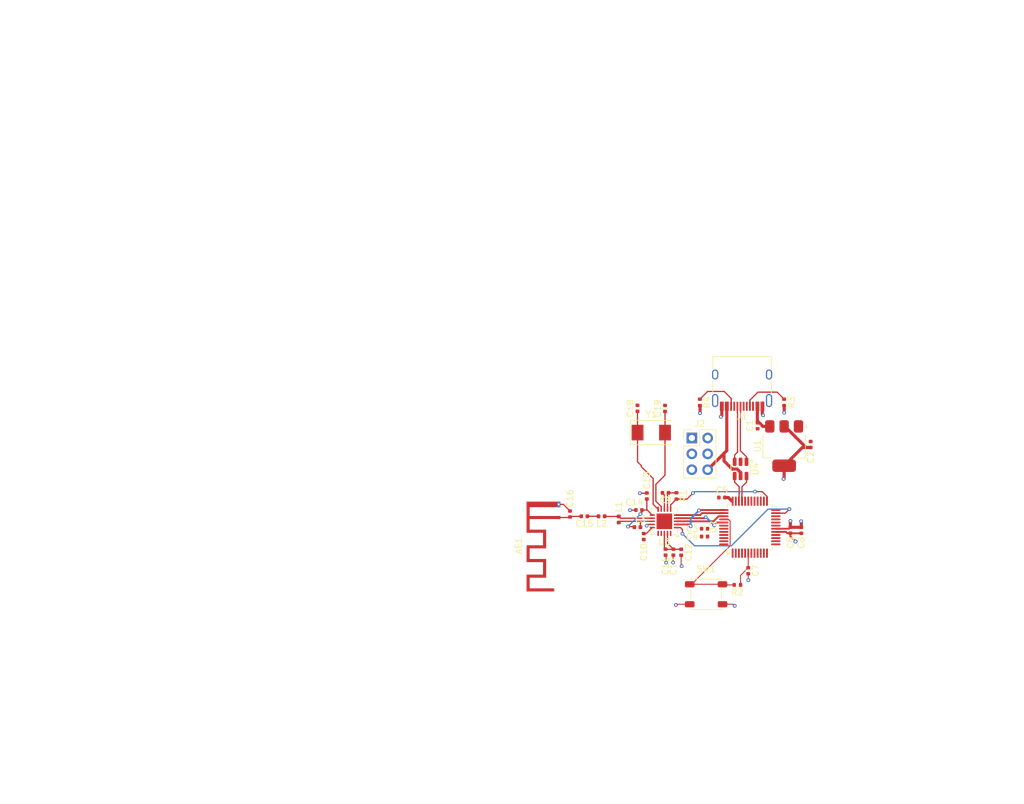
<source format=kicad_pcb>
(kicad_pcb (version 20240108) (generator "pcbnew") (generator_version "8.0")
  (layers (0 "F.Cu" signal) (1 "In1.Cu" signal) (2 "In2.Cu" signal) (31 "B.Cu" signal) (34 "B.Paste" user) (35 "F.Paste" user) (36 "B.SilkS" user "B.Silkscreen") (37 "F.SilkS" user "F.Silkscreen") (38 "B.Mask" user) (39 "F.Mask" user) (44 "Edge.Cuts" user))
  (net 0 "")
  (net 1 "VBUS")
  (net 2 "GND")
  (net 3 "+3.3V")
  (net 4 "/USB_D-")
  (net 5 "/USB_D+")
  (net 6 "/VDD_PA")
  (net 7 "/XC1")
  (net 8 "/XC2")
  (net 9 "/RESET")
  (net 10 "/ANT2")
  (net 11 "/ANT1")
  (net 12 "/nRF_IRQ")
  (net 14 "/SPI_MISO")
  (net 16 "/nRF_CE")
  (net 27 "/CC1")
  (net 46 "/ANT_Conn")
  (net 47 "/SPI_SCK")
  (net 48 "/SPI_MOSI")
  (net 49 "/SPI_SS")
  (net 50 "/USB_Conn_D-")
  (net 51 "/USB_Conn_D+")
  (net 52 "/CC2")
  (footprint "Capacitor_SMD:C_0402_1005Metric" (layer "F.Cu") (at 136.25 85.75 -90)
    (property "Reference" "C1" (at 0 1.25 90) (layer "F.SilkS"))
    (property "Value" "10uF")
    (pad "1" smd roundrect (at -0.48 0 270) (size 0.56 0.62) (layers "F.Cu" "F.Paste" "F.Mask") (net 1 "VBUS"))
    (pad "2" smd roundrect (at 0.48 0 270) (size 0.56 0.62) (layers "F.Cu" "F.Paste" "F.Mask") (net 2 "GND"))
  )
  (footprint "Capacitor_SMD:C_0402_1005Metric" (layer "F.Cu") (at 121.48 96.5 180)
    (property "Reference" "C9" (at 0 -1.16 0) (layer "F.SilkS"))
    (property "Value" "1uF")
    (pad "1" smd roundrect (at -0.48 0 180) (size 0.56 0.62) (layers "F.Cu" "F.Paste" "F.Mask") (net 3 "+3.3V"))
    (pad "2" smd roundrect (at 0.48 0 180) (size 0.56 0.62) (layers "F.Cu" "F.Paste" "F.Mask") (net 2 "GND"))
  )
  (footprint "Capacitor_SMD:C_0402_1005Metric" (layer "F.Cu") (at 127.75 102.25 180)
    (property "Reference" "C3" (at 2 0 0) (layer "F.SilkS"))
    (property "Value" "1uF")
    (pad "1" smd roundrect (at -0.48 0 180) (size 0.56 0.62) (layers "F.Cu" "F.Paste" "F.Mask") (net 3 "+3.3V"))
    (pad "2" smd roundrect (at 0.48 0 180) (size 0.56 0.62) (layers "F.Cu" "F.Paste" "F.Mask") (net 2 "GND"))
  )
  (footprint "Capacitor_SMD:C_0402_1005Metric" (layer "F.Cu") (at 118 103.5 -90)
    (property "Reference" "C10" (at 2.5 0 90) (layer "F.SilkS"))
    (property "Value" "1uF")
    (pad "1" smd roundrect (at -0.48 0 270) (size 0.56 0.62) (layers "F.Cu" "F.Paste" "F.Mask") (net 3 "+3.3V"))
    (pad "2" smd roundrect (at 0.48 0 270) (size 0.56 0.62) (layers "F.Cu" "F.Paste" "F.Mask") (net 2 "GND"))
  )
  (footprint "Connector_PinHeader_2.54mm:PinHeader_2x03_P2.54mm_Vertical" (layer "F.Cu") (at 125.71 87.71)
    (property "Reference" "J2" (at 1.27 -2.33 0) (layer "F.SilkS"))
    (property "Value" "ISP Programming")
    (pad "1" thru_hole rect (at 0 0) (size 1.7 1.7) (drill 1) (layers "*.Cu" "*.Mask") (net 14 "/SPI_MISO"))
    (pad "2" thru_hole oval (at 2.54 0) (size 1.7 1.7) (drill 1) (layers "*.Cu" "*.Mask") (net 47 "/SPI_SCK"))
    (pad "3" thru_hole oval (at 0 2.54) (size 1.7 1.7) (drill 1) (layers "*.Cu" "*.Mask") (net 9 "/RESET"))
    (pad "4" thru_hole oval (at 2.54 2.54) (size 1.7 1.7) (drill 1) (layers "*.Cu" "*.Mask") (net 2 "GND"))
    (pad "5" thru_hole oval (at 0 5.08) (size 1.7 1.7) (drill 1) (layers "*.Cu" "*.Mask") (net 48 "/SPI_MOSI"))
    (pad "6" thru_hole oval (at 2.54 5.08) (size 1.7 1.7) (drill 1) (layers "*.Cu" "*.Mask") (net 1 "VBUS"))
  )
  (footprint "Capacitor_SMD:C_0402_1005Metric" (layer "F.Cu") (at 121.414921 82.972596 90)
    (property "Reference" "C19" (at 0 -1.16 90) (layer "F.SilkS"))
    (property "Value" "22pF")
    (pad "1" smd roundrect (at -0.48 0 90) (size 0.56 0.62) (layers "F.Cu" "F.Paste" "F.Mask") (net 8 "/XC2"))
    (pad "2" smd roundrect (at 0.48 0 90) (size 0.56 0.62) (layers "F.Cu" "F.Paste" "F.Mask") (net 2 "GND"))
  )
  (footprint "Package_TO_SOT_SMD:SOT-23-6" (layer "F.Cu") (at 133.52 92.66 -90)
    (property "Reference" "U4" (at 0 -2.4 90) (layer "F.SilkS"))
    (property "Value" "USBLC6-2SC6")
    (pad "1" smd roundrect (at -1.1375 -0.95 270) (size 1.325 0.6) (layers "F.Cu" "F.Paste" "F.Mask") (net 50 "/USB_Conn_D-"))
    (pad "2" smd roundrect (at -1.1375 0 270) (size 1.325 0.6) (layers "F.Cu" "F.Paste" "F.Mask") (net 2 "GND"))
    (pad "3" smd roundrect (at -1.1375 0.95 270) (size 1.325 0.6) (layers "F.Cu" "F.Paste" "F.Mask") (net 51 "/USB_Conn_D+"))
    (pad "4" smd roundrect (at 1.1375 0.95 270) (size 1.325 0.6) (layers "F.Cu" "F.Paste" "F.Mask") (net 5 "/USB_D+"))
    (pad "5" smd roundrect (at 1.1375 0 270) (size 1.325 0.6) (layers "F.Cu" "F.Paste" "F.Mask") (net 1 "VBUS"))
    (pad "6" smd roundrect (at 1.1375 -0.95 270) (size 1.325 0.6) (layers "F.Cu" "F.Paste" "F.Mask") (net 4 "/USB_D-"))
  )
  (footprint "Package_DFN_QFN:QFN-20-1EP_4x4mm_P0.5mm_EP2.5x2.5mm" (layer "F.Cu") (at 121.31 101.06 180)
    (property "Reference" "U3" (at 0 -3.3 0) (layer "F.SilkS"))
    (property "Value" "nRF24L01P")
    (pad "1" smd roundrect (at -1.9375 -1 180) (size 0.825 0.25) (layers "F.Cu" "F.Paste" "F.Mask") (net 16 "/nRF_CE"))
    (pad "2" smd roundrect (at -1.9375 -0.5 180) (size 0.825 0.25) (layers "F.Cu" "F.Paste" "F.Mask") (net 49 "/SPI_SS"))
    (pad "3" smd roundrect (at -1.9375 0 180) (size 0.825 0.25) (layers "F.Cu" "F.Paste" "F.Mask") (net 47 "/SPI_SCK"))
    (pad "4" smd roundrect (at -1.9375 0.5 180) (size 0.825 0.25) (layers "F.Cu" "F.Paste" "F.Mask") (net 48 "/SPI_MOSI"))
    (pad "5" smd roundrect (at -1.9375 1 180) (size 0.825 0.25) (layers "F.Cu" "F.Paste" "F.Mask") (net 14 "/SPI_MISO"))
    (pad "6" smd roundrect (at -1 1.9375 180) (size 0.25 0.825) (layers "F.Cu" "F.Paste" "F.Mask") (net 12 "/nRF_IRQ"))
    (pad "7" smd roundrect (at -0.5 1.9375 180) (size 0.25 0.825) (layers "F.Cu" "F.Paste" "F.Mask") (net 3 "+3.3V"))
    (pad "8" smd roundrect (at 0 1.9375 180) (size 0.25 0.825) (layers "F.Cu" "F.Paste" "F.Mask") (net 2 "GND"))
    (pad "9" smd roundrect (at 0.5 1.9375 180) (size 0.25 0.825) (layers "F.Cu" "F.Paste" "F.Mask") (net 8 "/XC2"))
    (pad "10" smd roundrect (at 1 1.9375 180) (size 0.25 0.825) (layers "F.Cu" "F.Paste" "F.Mask") (net 7 "/XC1"))
    (pad "11" smd roundrect (at 1.9375 1 180) (size 0.825 0.25) (layers "F.Cu" "F.Paste" "F.Mask") (net 6 "/VDD_PA"))
    (pad "12" smd roundrect (at 1.9375 0.5 180) (size 0.825 0.25) (layers "F.Cu" "F.Paste" "F.Mask") (net 11 "/ANT1"))
    (pad "13" smd roundrect (at 1.9375 0 180) (size 0.825 0.25) (layers "F.Cu" "F.Paste" "F.Mask") (net 10 "/ANT2"))
    (pad "14" smd roundrect (at 1.9375 -0.5 180) (size 0.825 0.25) (layers "F.Cu" "F.Paste" "F.Mask") (net 2 "GND"))
    (pad "15" smd roundrect (at 1.9375 -1 180) (size 0.825 0.25) (layers "F.Cu" "F.Paste" "F.Mask") (net 3 "+3.3V"))
    (pad "16" smd roundrect (at 1 -1.9375 180) (size 0.25 0.825) (layers "F.Cu" "F.Paste" "F.Mask"))
    (pad "17" smd roundrect (at 0.5 -1.9375 180) (size 0.25 0.825) (layers "F.Cu" "F.Paste" "F.Mask") (net 2 "GND"))
    (pad "18" smd roundrect (at 0 -1.9375 180) (size 0.25 0.825) (layers "F.Cu" "F.Paste" "F.Mask") (net 3 "+3.3V"))
    (pad "19" smd roundrect (at -0.5 -1.9375 180) (size 0.25 0.825) (layers "F.Cu" "F.Paste" "F.Mask") (net 3 "+3.3V"))
    (pad "20" smd roundrect (at -1 -1.9375 180) (size 0.25 0.825) (layers "F.Cu" "F.Paste" "F.Mask") (net 2 "GND"))
    (pad "21" smd rect (at 0 0 180) (size 2.5 2.5) (property pad_prop_heatsink) (layers "F.Cu" "F.Mask"))
  )
  (footprint "Resistor_SMD:R_0402_1005Metric" (layer "F.Cu") (at 133.01 111.25 180)
    (property "Reference" "R2" (at 0 -1.17 0) (layer "F.SilkS"))
    (property "Value" "10k")
    (pad "1" smd roundrect (at -0.51 0 180) (size 0.54 0.64) (layers "F.Cu" "F.Paste" "F.Mask") (net 3 "+3.3V"))
    (pad "2" smd roundrect (at 0.51 0 180) (size 0.54 0.64) (layers "F.Cu" "F.Paste" "F.Mask") (net 9 "/RESET"))
  )
  (footprint "Capacitor_SMD:C_0402_1005Metric" (layer "F.Cu") (at 108.48 100.25 180)
    (property "Reference" "C15" (at 0 -1.16 0) (layer "F.SilkS"))
    (property "Value" "1p5F")
    (pad "1" smd roundrect (at -0.48 0 180) (size 0.56 0.62) (layers "F.Cu" "F.Paste" "F.Mask") (net 46 "/ANT_Conn"))
    (pad "2" smd roundrect (at 0.48 0 180) (size 0.56 0.62) (layers "F.Cu" "F.Paste" "F.Mask") (net 46 "/ANT_Conn"))
  )
  (footprint "Package_QFP:TQFP-48_7x7mm_P0.5mm" (layer "F.Cu") (at 135 102 90)
    (property "Reference" "U2" (at 0 -5.85 90) (layer "F.SilkS"))
    (property "Value" "ATSAMD21G15A-A")
    (pad "1" smd roundrect (at -4.1625 -2.75 90) (size 1.475 0.3) (layers "F.Cu" "F.Paste" "F.Mask"))
    (pad "2" smd roundrect (at -4.1625 -2.25 90) (size 1.475 0.3) (layers "F.Cu" "F.Paste" "F.Mask"))
    (pad "3" smd roundrect (at -4.1625 -1.75 90) (size 1.475 0.3) (layers "F.Cu" "F.Paste" "F.Mask"))
    (pad "4" smd roundrect (at -4.1625 -1.25 90) (size 1.475 0.3) (layers "F.Cu" "F.Paste" "F.Mask"))
    (pad "5" smd roundrect (at -4.1625 -0.75 90) (size 1.475 0.3) (layers "F.Cu" "F.Paste" "F.Mask") (net 2 "GND"))
    (pad "6" smd roundrect (at -4.1625 -0.25 90) (size 1.475 0.3) (layers "F.Cu" "F.Paste" "F.Mask") (net 3 "+3.3V"))
    (pad "7" smd roundrect (at -4.1625 0.25 90) (size 1.475 0.3) (layers "F.Cu" "F.Paste" "F.Mask"))
    (pad "8" smd roundrect (at -4.1625 0.75 90) (size 1.475 0.3) (layers "F.Cu" "F.Paste" "F.Mask"))
    (pad "9" smd roundrect (at -4.1625 1.25 90) (size 1.475 0.3) (layers "F.Cu" "F.Paste" "F.Mask"))
    (pad "10" smd roundrect (at -4.1625 1.75 90) (size 1.475 0.3) (layers "F.Cu" "F.Paste" "F.Mask"))
    (pad "11" smd roundrect (at -4.1625 2.25 90) (size 1.475 0.3) (layers "F.Cu" "F.Paste" "F.Mask"))
    (pad "12" smd roundrect (at -4.1625 2.75 90) (size 1.475 0.3) (layers "F.Cu" "F.Paste" "F.Mask"))
    (pad "13" smd roundrect (at -2.75 4.1625 90) (size 0.3 1.475) (layers "F.Cu" "F.Paste" "F.Mask"))
    (pad "14" smd roundrect (at -2.25 4.1625 90) (size 0.3 1.475) (layers "F.Cu" "F.Paste" "F.Mask"))
    (pad "15" smd roundrect (at -1.75 4.1625 90) (size 0.3 1.475) (layers "F.Cu" "F.Paste" "F.Mask"))
    (pad "16" smd roundrect (at -1.25 4.1625 90) (size 0.3 1.475) (layers "F.Cu" "F.Paste" "F.Mask"))
    (pad "17" smd roundrect (at -0.75 4.1625 90) (size 0.3 1.475) (layers "F.Cu" "F.Paste" "F.Mask") (net 3 "+3.3V"))
    (pad "18" smd roundrect (at -0.25 4.1625 90) (size 0.3 1.475) (layers "F.Cu" "F.Paste" "F.Mask") (net 2 "GND"))
    (pad "19" smd roundrect (at 0.25 4.1625 90) (size 0.3 1.475) (layers "F.Cu" "F.Paste" "F.Mask"))
    (pad "20" smd roundrect (at 0.75 4.1625 90) (size 0.3 1.475) (layers "F.Cu" "F.Paste" "F.Mask"))
    (pad "21" smd roundrect (at 1.25 4.1625 90) (size 0.3 1.475) (layers "F.Cu" "F.Paste" "F.Mask"))
    (pad "22" smd roundrect (at 1.75 4.1625 90) (size 0.3 1.475) (layers "F.Cu" "F.Paste" "F.Mask"))
    (pad "23" smd roundrect (at 2.25 4.1625 90) (size 0.3 1.475) (layers "F.Cu" "F.Paste" "F.Mask") (net 16 "/nRF_CE"))
    (pad "24" smd roundrect (at 2.75 4.1625 90) (size 0.3 1.475) (layers "F.Cu" "F.Paste" "F.Mask"))
    (pad "25" smd roundrect (at 4.1625 2.75 90) (size 1.475 0.3) (layers "F.Cu" "F.Paste" "F.Mask") (net 12 "/nRF_IRQ"))
    (pad "26" smd roundrect (at 4.1625 2.25 90) (size 1.475 0.3) (layers "F.Cu" "F.Paste" "F.Mask"))
    (pad "27" smd roundrect (at 4.1625 1.75 90) (size 1.475 0.3) (layers "F.Cu" "F.Paste" "F.Mask"))
    (pad "28" smd roundrect (at 4.1625 1.25 90) (size 1.475 0.3) (layers "F.Cu" "F.Paste" "F.Mask"))
    (pad "29" smd roundrect (at 4.1625 0.75 90) (size 1.475 0.3) (layers "F.Cu" "F.Paste" "F.Mask"))
    (pad "30" smd roundrect (at 4.1625 0.25 90) (size 1.475 0.3) (layers "F.Cu" "F.Paste" "F.Mask"))
    (pad "31" smd roundrect (at 4.1625 -0.25 90) (size 1.475 0.3) (layers "F.Cu" "F.Paste" "F.Mask"))
    (pad "32" smd roundrect (at 4.1625 -0.75 90) (size 1.475 0.3) (layers "F.Cu" "F.Paste" "F.Mask"))
    (pad "33" smd roundrect (at 4.1625 -1.25 90) (size 1.475 0.3) (layers "F.Cu" "F.Paste" "F.Mask") (net 4 "/USB_D-"))
    (pad "34" smd roundrect (at 4.1625 -1.75 90) (size 1.475 0.3) (layers "F.Cu" "F.Paste" "F.Mask") (net 5 "/USB_D+"))
    (pad "35" smd roundrect (at 4.1625 -2.25 90) (size 1.475 0.3) (layers "F.Cu" "F.Paste" "F.Mask") (net 2 "GND"))
    (pad "36" smd roundrect (at 4.1625 -2.75 90) (size 1.475 0.3) (layers "F.Cu" "F.Paste" "F.Mask") (net 3 "+3.3V"))
    (pad "37" smd roundrect (at 2.75 -4.1625 90) (size 0.3 1.475) (layers "F.Cu" "F.Paste" "F.Mask") (net 49 "/SPI_SS"))
    (pad "38" smd roundrect (at 2.25 -4.1625 90) (size 0.3 1.475) (layers "F.Cu" "F.Paste" "F.Mask") (net 14 "/SPI_MISO"))
    (pad "39" smd roundrect (at 1.75 -4.1625 90) (size 0.3 1.475) (layers "F.Cu" "F.Paste" "F.Mask") (net 47 "/SPI_SCK"))
    (pad "40" smd roundrect (at 1.25 -4.1625 90) (size 0.3 1.475) (layers "F.Cu" "F.Paste" "F.Mask") (net 9 "/RESET"))
    (pad "41" smd roundrect (at 0.75 -4.1625 90) (size 0.3 1.475) (layers "F.Cu" "F.Paste" "F.Mask") (net 48 "/SPI_MOSI"))
    (pad "42" smd roundrect (at 0.25 -4.1625 90) (size 0.3 1.475) (layers "F.Cu" "F.Paste" "F.Mask") (net 2 "GND"))
    (pad "43" smd roundrect (at -0.25 -4.1625 90) (size 0.3 1.475) (layers "F.Cu" "F.Paste" "F.Mask") (net 3 "+3.3V"))
    (pad "44" smd roundrect (at -0.75 -4.1625 90) (size 0.3 1.475) (layers "F.Cu" "F.Paste" "F.Mask") (net 3 "+3.3V"))
    (pad "45" smd roundrect (at -1.25 -4.1625 90) (size 0.3 1.475) (layers "F.Cu" "F.Paste" "F.Mask"))
    (pad "46" smd roundrect (at -1.75 -4.1625 90) (size 0.3 1.475) (layers "F.Cu" "F.Paste" "F.Mask"))
    (pad "47" smd roundrect (at -2.25 -4.1625 90) (size 0.3 1.475) (layers "F.Cu" "F.Paste" "F.Mask"))
    (pad "48" smd roundrect (at -2.75 -4.1625 90) (size 0.3 1.475) (layers "F.Cu" "F.Paste" "F.Mask"))
  )
  (footprint "Capacitor_SMD:C_0402_1005Metric" (layer "F.Cu") (at 134.75 108.98 -90)
    (property "Reference" "C7" (at 0 -1.16 90) (layer "F.SilkS"))
    (property "Value" "1uF")
    (pad "1" smd roundrect (at -0.48 0 270) (size 0.56 0.62) (layers "F.Cu" "F.Paste" "F.Mask") (net 3 "+3.3V"))
    (pad "2" smd roundrect (at 0.48 0 270) (size 0.56 0.62) (layers "F.Cu" "F.Paste" "F.Mask") (net 2 "GND"))
  )
  (footprint "Inductor_SMD:L_0402_1005Metric" (layer "F.Cu") (at 111.25 100.25 180)
    (property "Reference" "L2" (at 0 -1.17 0) (layer "F.SilkS"))
    (property "Value" "2n2H")
    (pad "1" smd roundrect (at -0.485 0 180) (size 0.59 0.64) (layers "F.Cu" "F.Paste" "F.Mask") (net 11 "/ANT1"))
    (pad "2" smd roundrect (at 0.485 0 180) (size 0.59 0.64) (layers "F.Cu" "F.Paste" "F.Mask") (net 46 "/ANT_Conn"))
  )
  (footprint "Resistor_SMD:R_0402_1005Metric" (layer "F.Cu") (at 123.25 96.99 -90)
    (property "Reference" "R1" (at 0 -1.17 90) (layer "F.SilkS"))
    (property "Value" "10k")
    (pad "1" smd roundrect (at -0.51 0 270) (size 0.54 0.64) (layers "F.Cu" "F.Paste" "F.Mask") (net 3 "+3.3V"))
    (pad "2" smd roundrect (at 0.51 0 270) (size 0.54 0.64) (layers "F.Cu" "F.Paste" "F.Mask") (net 12 "/nRF_IRQ"))
  )
  (footprint "Connector_USB:USB_C_Receptacle_HRO_TYPE-C-31-M-12" (layer "F.Cu") (at 133.76 78.58 180)
    (property "Reference" "J1" (at 0 -5.645 180) (layer "F.SilkS"))
    (property "Value" "USB_C_Receptacle_USB2.0_14P")
    (pad "" np_thru_hole circle (at -2.89 -2.6 180) (size 0.65 0.65) (drill 0.65) (layers "*.Cu" "*.Mask"))
    (pad "" np_thru_hole circle (at 2.89 -2.6 180) (size 0.65 0.65) (drill 0.65) (layers "*.Cu" "*.Mask"))
    (pad "A1" smd rect (at -3.25 -4.045 180) (size 0.6 1.45) (layers "F.Cu" "F.Paste" "F.Mask") (net 2 "GND"))
    (pad "A4" smd rect (at -2.45 -4.045 180) (size 0.6 1.45) (layers "F.Cu" "F.Paste" "F.Mask") (net 1 "VBUS"))
    (pad "A5" smd rect (at -1.25 -4.045 180) (size 0.3 1.45) (layers "F.Cu" "F.Paste" "F.Mask") (net 27 "/CC1"))
    (pad "A6" smd rect (at -0.25 -4.045 180) (size 0.3 1.45) (layers "F.Cu" "F.Paste" "F.Mask") (net 51 "/USB_Conn_D+"))
    (pad "A7" smd rect (at 0.25 -4.045 180) (size 0.3 1.45) (layers "F.Cu" "F.Paste" "F.Mask") (net 50 "/USB_Conn_D-"))
    (pad "A8" smd rect (at 1.25 -4.045 180) (size 0.3 1.45) (layers "F.Cu" "F.Paste" "F.Mask"))
    (pad "A9" smd rect (at 2.45 -4.045 180) (size 0.6 1.45) (layers "F.Cu" "F.Paste" "F.Mask") (net 1 "VBUS"))
    (pad "A12" smd rect (at 3.25 -4.045 180) (size 0.6 1.45) (layers "F.Cu" "F.Paste" "F.Mask") (net 2 "GND"))
    (pad "B1" smd rect (at 3.25 -4.045 180) (size 0.6 1.45) (layers "F.Cu" "F.Paste" "F.Mask") (net 2 "GND"))
    (pad "B4" smd rect (at 2.45 -4.045 180) (size 0.6 1.45) (layers "F.Cu" "F.Paste" "F.Mask") (net 1 "VBUS"))
    (pad "B5" smd rect (at 1.75 -4.045 180) (size 0.3 1.45) (layers "F.Cu" "F.Paste" "F.Mask") (net 52 "/CC2"))
    (pad "B6" smd rect (at 0.75 -4.045 180) (size 0.3 1.45) (layers "F.Cu" "F.Paste" "F.Mask") (net 51 "/USB_Conn_D+"))
    (pad "B7" smd rect (at -0.75 -4.045 180) (size 0.3 1.45) (layers "F.Cu" "F.Paste" "F.Mask") (net 50 "/USB_Conn_D-"))
    (pad "B8" smd rect (at -1.75 -4.045 180) (size 0.3 1.45) (layers "F.Cu" "F.Paste" "F.Mask"))
    (pad "B9" smd rect (at -2.45 -4.045 180) (size 0.6 1.45) (layers "F.Cu" "F.Paste" "F.Mask") (net 1 "VBUS"))
    (pad "B12" smd rect (at -3.25 -4.045 180) (size 0.6 1.45) (layers "F.Cu" "F.Paste" "F.Mask") (net 2 "GND"))
    (pad "S1" thru_hole oval (at -4.32 -3.13 180) (size 1 2.1) (drill oval 0.6 1.7) (layers "*.Cu" "*.Mask") (net 2 "GND"))
    (pad "S1" thru_hole oval (at -4.32 1.05 180) (size 1 1.6) (drill oval 0.6 1.2) (layers "*.Cu" "*.Mask") (net 2 "GND"))
    (pad "S1" thru_hole oval (at 4.32 -3.13 180) (size 1 2.1) (drill oval 0.6 1.7) (layers "*.Cu" "*.Mask") (net 2 "GND"))
    (pad "S1" thru_hole oval (at 4.32 1.05 180) (size 1 1.6) (drill oval 0.6 1.2) (layers "*.Cu" "*.Mask") (net 2 "GND"))
  )
  (footprint "MountingHole:MountingHole_2.2mm_M2" (layer "F.Cu") (at 30 20)
    (property "Reference" "H2" (hide yes))
    (property "Value" "MountingHole")
    (pad "" np_thru_hole circle (at 0 0) (size 2.2 2.2) (drill 2.2) (layers "*.Cu" "*.Mask"))
  )
  (footprint "RF_Antenna:Texas_SWRA117D_2.4GHz_Left" (layer "F.Cu") (at 104.375 100.45 90)
    (property "Reference" "AE1" (at -4.55 -6.41 90) (layer "F.SilkS"))
    (property "Value" "Antenna_Loop")
    (fp_poly (pts (xy -2.45 -2.51) (xy -4.45 -2.51) (xy -4.45 -5.15) (xy -7.15 -5.15) (xy -7.15 -2.51) (xy -9.15 -2.51) (xy -9.15 -5.15) (xy -11.85 -5.15) (xy -11.85 -0.71) (xy -11.35 -0.71) (xy -11.35 -4.65) (xy -9.65 -4.65) (xy -9.65 -2.01) (xy -6.65 -2.01) (xy -6.65 -4.65) (xy -4.95 -4.65) (xy -4.95 -2.01) (xy -1.95 -2.01) (xy -1.95 -4.65) (xy -0.25 -4.65) (xy -0.25 0.25) (xy 0.25 0.25) (xy 0.25 -4.65) (xy 1.65 -4.65) (xy 1.65 0.25) (xy 2.55 0.25) (xy 2.55 0.006785) (xy 2.247583 0.006785) (xy 2.237742 0.054395) (xy 2.213674 0.096797) (xy 2.175731 0.129581) (xy 2.167819 0.133935) (xy 2.125156 0.146043) (xy 2.076637 0.1453) (xy 2.031122 0.1324) (xy 2.012511 0.121787) (xy 1.978868 0.086553) (xy 1.958309 0.041368) (xy 1.951778 -0.008158) (xy 1.960218 -0.056417) (xy 1.977112 -0.088643) (xy 2.012372 -0.121313) (xy 2.057682 -0.141408) (xy 2.107267 -0.147982) (xy 2.155353 -0.140092) (xy 2.188245 -0.123186) (xy 2.223185 -0.086416) (xy 2.242847 -0.041622) (xy 2.247583 0.006785) (xy 2.55 0.006785) (xy 2.55 -5.15) (xy -2.45 -5.15) (xy -2.45 -2.51)) (fill solid) (layer "F.Cu"))
    (pad "1" connect rect (at 0 0 90) (size 0.5 0.5) (layers "F.Cu") (net 46 "/ANT_Conn"))
    (pad "2" thru_hole rect (at 2.1 0 90) (size 0.9 0.5) (drill 0.3) (layers "*.Cu") (net 2 "GND"))
  )
  (footprint "Inductor_SMD:L_0402_1005Metric" (layer "F.Cu") (at 116.985 102)
    (property "Reference" "L3" (at 0.485 -1.25 0) (layer "F.SilkS"))
    (property "Value" "3n9H")
    (pad "1" smd roundrect (at -0.485 0) (size 0.59 0.64) (layers "F.Cu" "F.Paste" "F.Mask") (net 6 "/VDD_PA"))
    (pad "2" smd roundrect (at 0.485 0) (size 0.59 0.64) (layers "F.Cu" "F.Paste" "F.Mask") (net 10 "/ANT2"))
  )
  (footprint "Capacitor_SMD:C_0402_1005Metric" (layer "F.Cu") (at 127.75 103.5 180)
    (property "Reference" "C4" (at 2 0 0) (layer "F.SilkS"))
    (property "Value" "1uF")
    (pad "1" smd roundrect (at -0.48 0 180) (size 0.56 0.62) (layers "F.Cu" "F.Paste" "F.Mask") (net 3 "+3.3V"))
    (pad "2" smd roundrect (at 0.48 0 180) (size 0.56 0.62) (layers "F.Cu" "F.Paste" "F.Mask") (net 2 "GND"))
  )
  (footprint "Capacitor_SMD:C_0402_1005Metric" (layer "F.Cu") (at 143.25 102.5 90)
    (property "Reference" "C8" (at -2 0 90) (layer "F.SilkS"))
    (property "Value" "10uF")
    (pad "1" smd roundrect (at -0.48 0 90) (size 0.56 0.62) (layers "F.Cu" "F.Paste" "F.Mask") (net 3 "+3.3V"))
    (pad "2" smd roundrect (at 0.48 0 90) (size 0.56 0.62) (layers "F.Cu" "F.Paste" "F.Mask") (net 2 "GND"))
  )
  (footprint "Capacitor_SMD:C_0402_1005Metric" (layer "F.Cu") (at 118.5 97 90)
    (property "Reference" "C13" (at 2.5 0 90) (layer "F.SilkS"))
    (property "Value" "2n2F")
    (pad "1" smd roundrect (at -0.48 0 90) (size 0.56 0.62) (layers "F.Cu" "F.Paste" "F.Mask") (net 6 "/VDD_PA"))
    (pad "2" smd roundrect (at 0.48 0 90) (size 0.56 0.62) (layers "F.Cu" "F.Paste" "F.Mask") (net 2 "GND"))
  )
  (footprint "Capacitor_SMD:C_0402_1005Metric" (layer "F.Cu") (at 117.23 99.25 180)
    (property "Reference" "C14" (at 0.73 1.25 0) (layer "F.SilkS"))
    (property "Value" "4n2F")
    (pad "1" smd roundrect (at -0.48 0 180) (size 0.56 0.62) (layers "F.Cu" "F.Paste" "F.Mask") (net 6 "/VDD_PA"))
    (pad "2" smd roundrect (at 0.48 0 180) (size 0.56 0.62) (layers "F.Cu" "F.Paste" "F.Mask") (net 2 "GND"))
  )
  (footprint "MountingHole:MountingHole_2.2mm_M2" (layer "F.Cu") (at 50 20)
    (property "Reference" "H4" (hide yes))
    (property "Value" "MountingHole")
    (pad "" np_thru_hole circle (at 0 0) (size 2.2 2.2) (drill 2.2) (layers "F&B.Cu" "*.Mask"))
  )
  (footprint "Capacitor_SMD:C_0402_1005Metric" (layer "F.Cu") (at 121.5 106 -90)
    (property "Reference" "C11" (at 2.25 0 90) (layer "F.SilkS"))
    (property "Value" "1uF")
    (pad "1" smd roundrect (at -0.48 0 270) (size 0.56 0.62) (layers "F.Cu" "F.Paste" "F.Mask") (net 3 "+3.3V"))
    (pad "2" smd roundrect (at 0.48 0 270) (size 0.56 0.62) (layers "F.Cu" "F.Paste" "F.Mask") (net 2 "GND"))
  )
  (footprint "Capacitor_SMD:C_0402_1005Metric" (layer "F.Cu") (at 141.5 102.48 90)
    (property "Reference" "C6" (at -2.02 0 90) (layer "F.SilkS"))
    (property "Value" "1uF")
    (pad "1" smd roundrect (at -0.48 0 90) (size 0.56 0.62) (layers "F.Cu" "F.Paste" "F.Mask") (net 3 "+3.3V"))
    (pad "2" smd roundrect (at 0.48 0 90) (size 0.56 0.62) (layers "F.Cu" "F.Paste" "F.Mask") (net 2 "GND"))
  )
  (footprint "Capacitor_SMD:C_0402_1005Metric" (layer "F.Cu") (at 130.52 97.25)
    (property "Reference" "C5" (at 0 -1.16 0) (layer "F.SilkS"))
    (property "Value" "1uF")
    (pad "1" smd roundrect (at -0.48 0) (size 0.56 0.62) (layers "F.Cu" "F.Paste" "F.Mask") (net 2 "GND"))
    (pad "2" smd roundrect (at 0.48 0) (size 0.56 0.62) (layers "F.Cu" "F.Paste" "F.Mask") (net 3 "+3.3V"))
  )
  (footprint "Crystal:Crystal_SMD_0603-2Pin_6.0x3.5mm" (layer "F.Cu") (at 119.21 86.84)
    (property "Reference" "Y1" (at 0 -2.95 0) (layer "F.SilkS"))
    (property "Value" "Crystal")
    (pad "1" smd rect (at -2.2 0) (size 1.9 2.5) (layers "F.Cu" "F.Paste" "F.Mask") (net 7 "/XC1"))
    (pad "2" smd rect (at 2.2 0) (size 1.9 2.5) (layers "F.Cu" "F.Paste" "F.Mask") (net 8 "/XC2"))
  )
  (footprint "Capacitor_SMD:C_0402_1005Metric" (layer "F.Cu") (at 117 82.95 90)
    (property "Reference" "C18" (at 0 -1.16 90) (layer "F.SilkS"))
    (property "Value" "22pF")
    (pad "1" smd roundrect (at -0.48 0 90) (size 0.56 0.62) (layers "F.Cu" "F.Paste" "F.Mask") (net 7 "/XC1"))
    (pad "2" smd roundrect (at 0.48 0 90) (size 0.56 0.62) (layers "F.Cu" "F.Paste" "F.Mask") (net 2 "GND"))
  )
  (footprint "MountingHole:MountingHole_2.2mm_M2" (layer "F.Cu") (at 40 20)
    (property "Reference" "H1" (hide yes))
    (property "Value" "MountingHole")
    (pad "" np_thru_hole circle (at 0 0) (size 2.2 2.2) (drill 2.2) (layers "*.Cu" "*.Mask"))
  )
  (footprint "Resistor_SMD:R_0402_1005Metric" (layer "F.Cu") (at 127 82 -90)
    (property "Reference" "R4" (at 0 -1.17 -90) (layer "F.SilkS"))
    (property "Value" "10k")
    (pad "1" smd roundrect (at -0.51 0 270) (size 0.54 0.64) (layers "F.Cu" "F.Paste" "F.Mask") (net 52 "/CC2"))
    (pad "2" smd roundrect (at 0.51 0 270) (size 0.54 0.64) (layers "F.Cu" "F.Paste" "F.Mask") (net 2 "GND"))
  )
  (footprint "Package_TO_SOT_SMD:SOT-223-3_TabPin2" (layer "F.Cu") (at 140.5 89 -90)
    (property "Reference" "U1" (at 0 4.25 90) (layer "F.SilkS"))
    (property "Value" "AMS1117-3.3")
    (pad "1" smd roundrect (at -3.15 -2.3 270) (size 2 1.5) (layers "F.Cu" "F.Paste" "F.Mask") (net 2 "GND"))
    (pad "2" smd roundrect (at -3.15 0 270) (size 2 1.5) (layers "F.Cu" "F.Paste" "F.Mask") (net 3 "+3.3V"))
    (pad "2" smd roundrect (at 3.15 0 270) (size 2 3.8) (layers "F.Cu" "F.Paste" "F.Mask") (net 3 "+3.3V"))
    (pad "3" smd roundrect (at -3.15 2.3 270) (size 2 1.5) (layers "F.Cu" "F.Paste" "F.Mask") (net 1 "VBUS"))
  )
  (footprint "Capacitor_SMD:C_0402_1005Metric" (layer "F.Cu") (at 144.75 88.75 90)
    (property "Reference" "C2" (at -2.02 -0.01 90) (layer "F.SilkS"))
    (property "Value" "22uF")
    (pad "1" smd roundrect (at -0.48 0 90) (size 0.56 0.62) (layers "F.Cu" "F.Paste" "F.Mask") (net 3 "+3.3V"))
    (pad "2" smd roundrect (at 0.48 0 90) (size 0.56 0.62) (layers "F.Cu" "F.Paste" "F.Mask") (net 2 "GND"))
  )
  (footprint "Capacitor_SMD:C_0402_1005Metric" (layer "F.Cu") (at 122.75 106 -90)
    (property "Reference" "C17" (at 2.25 0 90) (layer "F.SilkS"))
    (property "Value" "1uF")
    (pad "1" smd roundrect (at -0.48 0 270) (size 0.56 0.62) (layers "F.Cu" "F.Paste" "F.Mask") (net 3 "+3.3V"))
    (pad "2" smd roundrect (at 0.48 0 270) (size 0.56 0.62) (layers "F.Cu" "F.Paste" "F.Mask") (net 2 "GND"))
  )
  (footprint "Capacitor_SMD:C_0402_1005Metric" (layer "F.Cu") (at 124 106.02 -90)
    (property "Reference" "C12" (at 0 -1.16 90) (layer "F.SilkS"))
    (property "Value" "10uF")
    (pad "1" smd roundrect (at -0.48 0 270) (size 0.56 0.62) (layers "F.Cu" "F.Paste" "F.Mask") (net 3 "+3.3V"))
    (pad "2" smd roundrect (at 0.48 0 270) (size 0.56 0.62) (layers "F.Cu" "F.Paste" "F.Mask") (net 2 "GND"))
  )
  (footprint "Capacitor_SMD:C_0402_1005Metric" (layer "F.Cu") (at 106.19 99.89 90)
    (property "Reference" "C16" (at 2.5 0 90) (layer "F.SilkS"))
    (property "Value" "1n0F")
    (pad "1" smd roundrect (at -0.48 0 90) (size 0.56 0.62) (layers "F.Cu" "F.Paste" "F.Mask") (net 46 "/ANT_Conn"))
    (pad "2" smd roundrect (at 0.48 0 90) (size 0.56 0.62) (layers "F.Cu" "F.Paste" "F.Mask") (net 2 "GND"))
  )
  (footprint "MountingHole:MountingHole_2.2mm_M2" (layer "F.Cu") (at 20 20)
    (property "Reference" "H3" (hide yes))
    (property "Value" "MountingHole")
    (pad "" np_thru_hole circle (at 0 0) (size 2.2 2.2) (drill 2.2) (layers "*.Cu" "*.Mask"))
  )
  (footprint "Resistor_SMD:R_0402_1005Metric" (layer "F.Cu") (at 140.5 82 -90)
    (property "Reference" "R3" (at 0 -1.17 -90) (layer "F.SilkS"))
    (property "Value" "10k")
    (pad "1" smd roundrect (at -0.51 0 270) (size 0.54 0.64) (layers "F.Cu" "F.Paste" "F.Mask") (net 27 "/CC1"))
    (pad "2" smd roundrect (at 0.51 0 270) (size 0.54 0.64) (layers "F.Cu" "F.Paste" "F.Mask") (net 2 "GND"))
  )
  (footprint "Inductor_SMD:L_0402_1005Metric" (layer "F.Cu") (at 114 100.765 -90)
    (property "Reference" "L1" (at -2.015 0 90) (layer "F.SilkS"))
    (property "Value" "8n2H")
    (pad "1" smd roundrect (at -0.485 0 270) (size 0.59 0.64) (layers "F.Cu" "F.Paste" "F.Mask") (net 11 "/ANT1"))
    (pad "2" smd roundrect (at 0.485 0 270) (size 0.59 0.64) (layers "F.Cu" "F.Paste" "F.Mask") (net 10 "/ANT2"))
  )
  (footprint "Button_Switch_SMD:SW_SPST_PTS647_Sx38" (layer "F.Cu") (at 128 112.75)
    (property "Reference" "SW1" (at 0 -4.05 0) (layer "F.SilkS"))
    (property "Value" "SW_SPST")
    (pad "1" smd roundrect (at -2.625 -1.6) (size 1.55 1) (layers "F.Cu" "F.Paste" "F.Mask") (net 9 "/RESET"))
    (pad "1" smd roundrect (at 2.625 -1.6) (size 1.55 1) (layers "F.Cu" "F.Paste" "F.Mask") (net 9 "/RESET"))
    (pad "2" smd roundrect (at -2.625 1.6) (size 1.55 1) (layers "F.Cu" "F.Paste" "F.Mask") (net 2 "GND"))
    (pad "2" smd roundrect (at 2.625 1.6) (size 1.55 1) (layers "F.Cu" "F.Paste" "F.Mask") (net 2 "GND"))
  )
  (segment (start 130.865 90.175) (end 130.865 91.382684) (width 0.5) (layer "F.Cu") (net 1))
  (segment (start 138.2 85.85) (end 137.1 85.85) (width 0.5) (layer "F.Cu") (net 1))
  (segment (start 137.1 85.85) (end 136.21 84.96) (width 0.5) (layer "F.Cu") (net 1))
  (segment (start 128.25 92.79) (end 130.865 90.175) (width 0.5) (layer "F.Cu") (net 1))
  (segment (start 130.865 90.175) (end 131.31 89.73) (width 0.5) (layer "F.Cu") (net 1))
  (segment (start 132.972684 92.685) (end 133.52 93.232316) (width 0.5) (layer "F.Cu") (net 1))
  (segment (start 136.21 84.96) (end 136.21 85.23) (width 0.5) (layer "F.Cu") (net 1))
  (segment (start 130.865 91.382684) (end 132.167316 92.685) (width 0.5) (layer "F.Cu") (net 1))
  (segment (start 131.31 89.73) (end 131.31 82.625) (width 0.5) (layer "F.Cu") (net 1))
  (segment (start 132.167316 92.685) (end 132.972684 92.685) (width 0.5) (layer "F.Cu") (net 1))
  (segment (start 136.21 85.23) (end 136.25 85.27) (width 0.5) (layer "F.Cu") (net 1))
  (segment (start 136.21 82.625) (end 136.21 84.96) (width 0.5) (layer "F.Cu") (net 1))
  (segment (start 133.52 93.232316) (end 133.52 93.7975) (width 0.5) (layer "F.Cu") (net 1))
  (segment (start 121.31 99.1225) (end 121.31 96.81) (width 0.2) (layer "F.Cu") (net 2))
  (segment (start 140.51 82.52) (end 140.5 82.51) (width 0.5) (layer "F.Cu") (net 2))
  (segment (start 141.5 101.01) (end 141.51 101) (width 0.5) (layer "F.Cu") (net 2))
  (segment (start 141.52 102.02) (end 141.5 102) (width 0.5) (layer "F.Cu") (net 2))
  (segment (start 117.39 96.56) (end 118.46 96.56) (width 0.2) (layer "F.Cu") (net 2))
  (segment (start 143.25 101.07) (end 143.23 101.05) (width 0.5) (layer "F.Cu") (net 2))
  (segment (start 143.25 102.02) (end 141.52 102.02) (width 0.5) (layer "F.Cu") (net 2))
  (segment (start 123.16 114.46) (end 123.27 114.35) (width 0.15) (layer "F.Cu") (net 2))
  (segment (start 140.51 83.64) (end 140.51 82.52) (width 0.5) (layer "F.Cu") (net 2))
  (segment (start 127.03 83.73) (end 127.03 82.54) (width 0.5) (layer "F.Cu") (net 2))
  (segment (start 143.25 102.02) (end 143.25 101.07) (width 0.5) (layer "F.Cu") (net 2))
  (segment (start 116.73 99.27) (end 116.75 99.25) (width 0.2) (layer "F.Cu") (net 2))
  (segment (start 137.01 82.625) (end 137.01 83.95) (width 0.5) (layer "F.Cu") (net 2))
  (segment (start 139.1625 102.25) (end 141.25 102.25) (width 0.3) (layer "F.Cu") (net 2))
  (segment (start 122.71 107.67) (end 122.71 106.52) (width 0.15) (layer "F.Cu") (net 2))
  (segment (start 124 108.16) (end 124 106.5) (width 0.15) (layer "F.Cu") (net 2))
  (segment (start 132.33 114.35) (end 132.58 114.6) (width 0.15) (layer "F.Cu") (net 2))
  (segment (start 134.75 110.47) (end 134.76 110.48) (width 0.15) (layer "F.Cu") (net 2))
  (segment (start 141.5 102) (end 141.5 101.01) (width 0.5) (layer "F.Cu") (net 2))
  (segment (start 130.51 82.625) (end 130.51 84.15) (width 0.5) (layer "F.Cu") (net 2))
  (segment (start 121.31 96.81) (end 121 96.5) (width 0.2) (layer "F.Cu") (net 2))
  (segment (start 121.59 106.57) (end 121.5 106.48) (width 0.15) (layer "F.Cu") (net 2))
  (segment (start 127.03 82.54) (end 127 82.51) (width 0.5) (layer "F.Cu") (net 2))
  (segment (start 124.08 108.24) (end 124 108.16) (width 0.15) (layer "F.Cu") (net 2))
  (segment (start 121.59 107.67) (end 121.59 106.57) (width 0.15) (layer "F.Cu") (net 2))
  (segment (start 122.71 106.52) (end 122.75 106.48) (width 0.15) (layer "F.Cu") (net 2))
  (segment (start 134.75 109.46) (end 134.75 110.47) (width 0.15) (layer "F.Cu") (net 2))
  (segment (start 104.375 98.35) (end 105.13 98.35) (width 0.2) (layer "F.Cu") (net 2))
  (segment (start 105.13 98.35) (end 106.19 99.41) (width 0.2) (layer "F.Cu") (net 2))
  (segment (start 115.81 99.27) (end 116.73 99.27) (width 0.2) (layer "F.Cu") (net 2))
  (segment (start 118.47 101.76) (end 118.67 101.56) (width 0.2) (layer "F.Cu") (net 2))
  (segment (start 123.27 114.35) (end 125.375 114.35) (width 0.15) (layer "F.Cu") (net 2))
  (segment (start 137.01 83.95) (end 137.13 84.07) (width 0.5) (layer "F.Cu") (net 2))
  (segment (start 118.67 101.56) (end 119.3725 101.56) (width 0.2) (layer "F.Cu") (net 2))
  (segment (start 130.625 114.35) (end 132.33 114.35) (width 0.15) (layer "F.Cu") (net 2))
  (segment (start 141.25 102.25) (end 141.5 102) (width 0.3) (layer "F.Cu") (net 2))
  (segment (start 118.46 96.56) (end 118.5 96.52) (width 0.2) (layer "F.Cu") (net 2))
  (segment (start 130.51 84.15) (end 130.35 84.31) (width 0.5) (layer "F.Cu") (net 2))
  (via (at 137.13 84.07) (size 0.6) (drill 0.3) (layers "F.Cu" "B.Cu") (net 2))
  (via (at 124.08 108.24) (size 0.6) (drill 0.3) (layers "F.Cu" "B.Cu") (net 2))
  (via (at 132.58 114.6) (size 0.6) (drill 0.3) (layers "F.Cu" "B.Cu") (net 2))
  (via (at 130.35 84.31) (size 0.6) (drill 0.3) (layers "F.Cu" "B.Cu") (net 2))
  (via (at 121.59 107.67) (size 0.6) (drill 0.3) (layers "F.Cu" "B.Cu") (net 2))
  (via (at 115.81 99.27) (size 0.6) (drill 0.3) (layers "F.Cu" "B.Cu") (net 2))
  (via (at 140.51 83.64) (size 0.6) (drill 0.3) (layers "F.Cu" "B.Cu") (net 2))
  (via (at 118.47 101.76) (size 0.6) (drill 0.3) (layers "F.Cu" "B.Cu") (net 2))
  (via (at 117.39 96.56) (size 0.6) (drill 0.3) (layers "F.Cu" "B.Cu") (net 2))
  (via (at 123.16 114.46) (size 0.6) (drill 0.3) (layers "F.Cu" "B.Cu") (net 2))
  (via (at 143.23 101.05) (size 0.6) (drill 0.3) (layers "F.Cu" "B.Cu") (net 2))
  (via (at 134.76 110.48) (size 0.6) (drill 0.3) (layers "F.Cu" "B.Cu") (net 2))
  (via (at 127.03 83.73) (size 0.6) (drill 0.3) (layers "F.Cu" "B.Cu") (net 2))
  (via (at 122.71 107.67) (size 0.6) (drill 0.3) (layers "F.Cu" "B.Cu") (net 2))
  (via (at 141.51 101) (size 0.6) (drill 0.3) (layers "F.Cu" "B.Cu") (net 2))
  (segment (start 121.81 99.1225) (end 121.81 96.65) (width 0.2) (layer "F.Cu") (net 3))
  (segment (start 134.75 108.5) (end 134.75 106.1625) (width 0.15) (layer "F.Cu") (net 3))
  (segment (start 131.5625 97.25) (end 132.15 97.8375) (width 0.5) (layer "F.Cu") (net 3))
  (segment (start 133.52 109.73) (end 134.75 108.5) (width 0.15) (layer "F.Cu") (net 3))
  (segment (start 139.1625 102.75) (end 140.79 102.75) (width 0.3) (layer "F.Cu") (net 3))
  (segment (start 123.23 96.5) (end 123.25 96.48) (width 0.2) (layer "F.Cu") (net 3))
  (segment (start 141.5 102.96) (end 141.5 103.48) (width 0.3) (layer "F.Cu") (net 3))
  (segment (start 140.5 92.15) (end 140.5 94.18) (width 0.5) (layer "F.Cu") (net 3))
  (segment (start 121.31 105.33) (end 121.5 105.52) (width 0.2) (layer "F.Cu") (net 3))
  (segment (start 121.31 102.9975) (end 121.31 105.33) (width 0.2) (layer "F.Cu") (net 3))
  (segment (start 143.42 89.23) (end 144.75 89.23) (width 0.5) (layer "F.Cu") (net 3))
  (segment (start 141 102.96) (end 141.5 102.96) (width 0.3) (layer "F.Cu") (net 3))
  (segment (start 121.52 105.54) (end 121.5 105.52) (width 0.2) (layer "F.Cu") (net 3))
  (segment (start 140.79 102.75) (end 141 102.96) (width 0.3) (layer "F.Cu") (net 3))
  (segment (start 131 97.25) (end 131.5625 97.25) (width 0.5) (layer "F.Cu") (net 3))
  (segment (start 140.5 92.15) (end 143.42 89.23) (width 0.5) (layer "F.Cu") (net 3))
  (segment (start 121.81 96.65) (end 121.96 96.5) (width 0.2) (layer "F.Cu") (net 3))
  (segment (start 143.25 102.98) (end 141.52 102.98) (width 0.3) (layer "F.Cu") (net 3))
  (segment (start 118.4125 103.02) (end 119.3725 102.06) (width 0.2) (layer "F.Cu") (net 3))
  (segment (start 121.81 104.58) (end 122.75 105.52) (width 0.2) (layer "F.Cu") (net 3))
  (segment (start 124 105.54) (end 121.52 105.54) (width 0.2) (layer "F.Cu") (net 3))
  (segment (start 140.633274 85.85) (end 144.013274 89.23) (width 0.5) (layer "F.Cu") (net 3))
  (segment (start 144.013274 89.23) (end 144.75 89.23) (width 0.5) (layer "F.Cu") (net 3))
  (segment (start 121.96 96.5) (end 123.23 96.5) (width 0.2) (layer "F.Cu") (net 3))
  (segment (start 140.5 85.85) (end 140.633274 85.85) (width 0.5) (layer "F.Cu") (net 3))
  (segment (start 121.81 102.9975) (end 121.81 104.58) (width 0.2) (layer "F.Cu") (net 3))
  (segment (start 141.52 102.98) (end 141.5 102.96) (width 0.3) (layer "F.Cu") (net 3))
  (segment (start 133.52 111.25) (end 133.52 109.73) (width 0.15) (layer "F.Cu") (net 3))
  (segment (start 140.5 94.18) (end 140.41 94.27) (width 0.5) (layer "F.Cu") (net 3))
  (segment (start 141.5 103.48) (end 142.33 104.31) (width 0.3) (layer "F.Cu") (net 3))
  (segment (start 118 103.02) (end 118.4125 103.02) (width 0.2) (layer "F.Cu") (net 3))
  (via (at 142.31 104.31) (size 0.6) (drill 0.3) (layers "F.Cu" "B.Cu") (net 3))
  (via (at 142.33 104.31) (size 0.6) (drill 0.3) (layers "F.Cu" "B.Cu") (net 3))
  (via (at 140.41 94.27) (size 0.6) (drill 0.3) (layers "F.Cu" "B.Cu") (net 3))
  (segment (start 134.47 94.791251) (end 133.745 95.516251) (width 0.2) (layer "F.Cu") (net 4))
  (segment (start 133.725 97.225) (end 133.75 97.25) (width 0.2) (layer "F.Cu") (net 4))
  (segment (start 133.745 95.516251) (end 133.745 96.747206) (width 0.2) (layer "F.Cu") (net 4))
  (segment (start 133.725 96.767206) (end 133.725 97.225) (width 0.2) (layer "F.Cu") (net 4))
  (segment (start 134.47 93.7975) (end 134.47 94.791251) (width 0.2) (layer "F.Cu") (net 4))
  (segment (start 133.75 97.25) (end 133.75 97.8375) (width 0.2) (layer "F.Cu") (net 4))
  (segment (start 133.745 96.747206) (end 133.725 96.767206) (width 0.2) (layer "F.Cu") (net 4))
  (segment (start 133.295 95.516251) (end 133.295 96.575) (width 0.2) (layer "F.Cu") (net 5))
  (segment (start 132.57 94.791251) (end 133.295 95.516251) (width 0.2) (layer "F.Cu") (net 5))
  (segment (start 132.57 93.7975) (end 132.57 94.791251) (width 0.2) (layer "F.Cu") (net 5))
  (segment (start 133.25 97.25) (end 133.25 97.8375) (width 0.2) (layer "F.Cu") (net 5))
  (segment (start 133.275 97.225) (end 133.25 97.25) (width 0.2) (layer "F.Cu") (net 5))
  (segment (start 133.295 96.575) (end 133.275 96.595) (width 0.2) (layer "F.Cu") (net 5))
  (segment (start 133.275 96.595) (end 133.275 97.225) (width 0.2) (layer "F.Cu") (net 5))
  (segment (start 118.41 99.25) (end 118.5625 99.25) (width 0.2) (layer "F.Cu") (net 6))
  (segment (start 115.48 101.9) (end 116.4 101.9) (width 0.2) (layer "F.Cu") (net 6))
  (segment (start 118.5 99.16) (end 118.41 99.25) (width 0.2) (layer "F.Cu") (net 6))
  (segment (start 117.71 99.25) (end 118.41 99.25) (width 0.2) (layer "F.Cu") (net 6))
  (segment (start 118.5 97.48) (end 118.5 99.16) (width 0.2) (layer "F.Cu") (net 6))
  (segment (start 116.4 101.9) (end 116.5 102) (width 0.2) (layer "F.Cu") (net 6))
  (segment (start 117.71 99.67) (end 117.47 99.91) (width 0.2) (layer "F.Cu") (net 6))
  (segment (start 117.71 99.25) (end 117.71 99.67) (width 0.2) (layer "F.Cu") (net 6))
  (segment (start 118.5625 99.25) (end 119.3725 100.06) (width 0.2) (layer "F.Cu") (net 6))
  (via (at 115.48 101.9) (size 0.6) (drill 0.3) (layers "F.Cu" "B.Cu") (net 6))
  (via (at 117.47 99.91) (size 0.6) (drill 0.3) (layers "F.Cu" "B.Cu") (net 6))
  (segment (start 117.47 99.91) (end 115.48 101.9) (width 0.2) (layer "B.Cu") (net 6))
  (segment (start 115.3 101.9) (end 115.48 101.9) (width 0.2) (layer "B.Cu") (net 6))
  (segment (start 117.62 92.14) (end 117.01 91.53) (width 0.2) (layer "F.Cu") (net 7))
  (segment (start 119.51 94.2) (end 117.62 92.31) (width 0.2) (layer "F.Cu") (net 7))
  (segment (start 117.01 91.53) (end 117.01 86.84) (width 0.2) (layer "F.Cu") (net 7))
  (segment (start 117.62 92.31) (end 117.62 92.14) (width 0.2) (layer "F.Cu") (net 7))
  (segment (start 120.31 99.1225) (end 119.51 98.3225) (width 0.2) (layer "F.Cu") (net 7))
  (segment (start 117 86.83) (end 117.01 86.84) (width 0.2) (layer "F.Cu") (net 7))
  (segment (start 119.51 98.3225) (end 119.51 94.2) (width 0.2) (layer "F.Cu") (net 7))
  (segment (start 117 83.43) (end 117 86.83) (width 0.2) (layer "F.Cu") (net 7))
  (segment (start 121.41 86.84) (end 121.41 93.67) (width 0.2) (layer "F.Cu") (net 8))
  (segment (start 121.414921 86.835079) (end 121.41 86.84) (width 0.2) (layer "F.Cu") (net 8))
  (segment (start 119.95 97.835614) (end 120.81 98.695614) (width 0.2) (layer "F.Cu") (net 8))
  (segment (start 120.81 98.695614) (end 120.81 99.1225) (width 0.2) (layer "F.Cu") (net 8))
  (segment (start 121.414921 83.452596) (end 121.414921 86.835079) (width 0.2) (layer "F.Cu") (net 8))
  (segment (start 119.95 95.13) (end 119.95 97.835614) (width 0.2) (layer "F.Cu") (net 8))
  (segment (start 121.41 93.67) (end 119.95 95.13) (width 0.2) (layer "F.Cu") (net 8))
  (segment (start 125.375 111.15) (end 130.625 111.15) (width 0.15) (layer "F.Cu") (net 9))
  (segment (start 125.375 111.15) (end 125.672054 111.15) (width 0.15) (layer "F.Cu") (net 9))
  (segment (start 125.672054 111.15) (end 131.85 104.972054) (width 0.15) (layer "F.Cu") (net 9))
  (segment (start 131.85 101.027946) (end 131.572054 100.75) (width 0.15) (layer "F.Cu") (net 9))
  (segment (start 131.572054 100.75) (end 130.8375 100.75) (width 0.15) (layer "F.Cu") (net 9))
  (segment (start 132.5 111.25) (end 130.725 111.25) (width 0.15) (layer "F.Cu") (net 9))
  (segment (start 130.725 111.25) (end 130.625 111.15) (width 0.15) (layer "F.Cu") (net 9))
  (segment (start 131.85 104.972054) (end 131.85 101.027946) (width 0.15) (layer "F.Cu") (net 9))
  (segment (start 117.47 101.32) (end 117.73 101.06) (width 0.2) (layer "F.Cu") (net 10))
  (segment (start 114 101.25) (end 114.19 101.06) (width 0.2) (layer "F.Cu") (net 10))
  (segment (start 117.47 102) (end 117.47 101.32) (width 0.2) (layer "F.Cu") (net 10))
  (segment (start 114.19 101.06) (end 117.73 101.06) (width 0.2) (layer "F.Cu") (net 10))
  (segment (start 117.73 101.06) (end 119.3725 101.06) (width 0.2) (layer "F.Cu") (net 10))
  (segment (start 119.3725 100.56) (end 114.28 100.56) (width 0.2) (layer "F.Cu") (net 11))
  (segment (start 114.28 100.56) (end 114 100.28) (width 0.2) (layer "F.Cu") (net 11))
  (segment (start 111.765 100.28) (end 111.735 100.25) (width 0.2) (layer "F.Cu") (net 11))
  (segment (start 114 100.28) (end 111.765 100.28) (width 0.2) (layer "F.Cu") (net 11))
  (segment (start 136.99241 96.31) (end 135.83 96.31) (width 0.2) (layer "F.Cu") (net 12))
  (segment (start 137.75 97.8375) (end 137.75 97.06759) (width 0.2) (layer "F.Cu") (net 12))
  (segment (start 137.75 97.06759) (end 136.99241 96.31) (width 0.2) (layer "F.Cu") (net 12))
  (segment (start 122.31 98.44) (end 123.25 97.5) (width 0.2) (layer "F.Cu") (net 12))
  (segment (start 124.93 97.5) (end 123.25 97.5) (width 0.2) (layer "F.Cu") (net 12))
  (segment (start 122.31 99.1225) (end 122.31 98.44) (width 0.2) (layer "F.Cu") (net 12))
  (segment (start 125.88 96.55) (end 124.93 97.5) (width 0.2) (layer "F.Cu") (net 12))
  (via (at 125.88 96.55) (size 0.6) (drill 0.3) (layers "F.Cu" "B.Cu") (net 12))
  (via (at 135.83 96.31) (size 0.6) (drill 0.3) (layers "F.Cu" "B.Cu") (net 12))
  (segment (start 135.83 96.31) (end 126.12 96.31) (width 0.2) (layer "B.Cu") (net 12))
  (segment (start 126.12 96.31) (end 125.88 96.55) (width 0.2) (layer "B.Cu") (net 12))
  (segment (start 127.029239 100.06) (end 127.339239 99.75) (width 0.3) (layer "F.Cu") (net 14))
  (segment (start 123.2475 100.06) (end 127.029239 100.06) (width 0.3) (layer "F.Cu") (net 14))
  (segment (start 127.339239 99.75) (end 130.8375 99.75) (width 0.3) (layer "F.Cu") (net 14))
  (segment (start 124.21 103.05) (end 124.21 102.39) (width 0.2) (layer "F.Cu") (net 16))
  (segment (start 139.1625 99.75) (end 140.69 99.75) (width 0.2) (layer "F.Cu") (net 16))
  (segment (start 140.69 99.75) (end 141.34 99.1) (width 0.2) (layer "F.Cu") (net 16))
  (segment (start 123.88 102.06) (end 123.2475 102.06) (width 0.2) (layer "F.Cu") (net 16))
  (segment (start 124.21 102.39) (end 123.88 102.06) (width 0.2) (layer "F.Cu") (net 16))
  (via (at 124.21 103.05) (size 0.6) (drill 0.3) (layers "F.Cu" "B.Cu") (net 16))
  (via (at 141.34 99.1) (size 0.6) (drill 0.3) (layers "F.Cu" "B.Cu") (net 16))
  (segment (start 141.34 99.1) (end 137.93 99.1) (width 0.2) (layer "B.Cu") (net 16))
  (segment (start 126.14 104.98) (end 124.21 103.05) (width 0.2) (layer "B.Cu") (net 16))
  (segment (start 126.33 104.98) (end 126.14 104.98) (width 0.2) (layer "B.Cu") (net 16))
  (segment (start 137.93 99.1) (end 137.76 99.27) (width 0.2) (layer "B.Cu") (net 16))
  (segment (start 132.05 104.98) (end 126.33 104.98) (width 0.2) (layer "B.Cu") (net 16))
  (segment (start 137.76 99.27) (end 132.05 104.98) (width 0.2) (layer "B.Cu") (net 16))
  (segment (start 139.37 80.36) (end 140.5 81.49) (width 0.2) (layer "F.Cu") (net 27))
  (segment (start 135.01 82.625) (end 135.01 81.65) (width 0.2) (layer "F.Cu") (net 27))
  (segment (start 135.01 81.65) (end 136.3 80.36) (width 0.2) (layer "F.Cu") (net 27))
  (segment (start 136.3 80.36) (end 139.37 80.36) (width 0.2) (layer "F.Cu") (net 27))
  (segment (start 106.07 100.45) (end 106.25 100.27) (width 0.2) (layer "F.Cu") (net 46))
  (segment (start 106.25 100.27) (end 107.98 100.27) (width 0.2) (layer "F.Cu") (net 46))
  (segment (start 107.8 100.45) (end 108 100.25) (width 0.2) (layer "F.Cu") (net 46))
  (segment (start 107.98 100.27) (end 108 100.25) (width 0.2) (layer "F.Cu") (net 46))
  (segment (start 110.765 100.25) (end 108.96 100.25) (width 0.2) (layer "F.Cu") (net 46))
  (segment (start 104.375 100.45) (end 106.07 100.45) (width 0.2) (layer "F.Cu") (net 46))
  (segment (start 129.18 101.06) (end 129.99 100.25) (width 0.3) (layer "F.Cu") (net 47))
  (segment (start 123.2475 101.06) (end 129.18 101.06) (width 0.3) (layer "F.Cu") (net 47))
  (segment (start 129.99 100.25) (end 130.8375 100.25) (width 0.3) (layer "F.Cu") (net 47))
  (segment (start 129.738017 101.25) (end 130.8375 101.25) (width 0.3) (layer "F.Cu") (net 48))
  (segment (start 127.77 100.56) (end 127.93 100.4) (width 0.3) (layer "F.Cu") (net 48))
  (segment (start 129.28686 101.701157) (end 129.738017 101.25) (width 0.3) (layer "F.Cu") (net 48))
  (segment (start 123.2475 100.56) (end 127.77 100.56) (width 0.3) (layer "F.Cu") (net 48))
  (via (at 127.93 100.4) (size 0.6) (drill 0.3) (layers "F.Cu" "B.Cu") (net 48))
  (via (at 129.28686 101.701157) (size 0.6) (drill 0.3) (layers "F.Cu" "B.Cu") (net 48))
  (segment (start 127.985703 100.4) (end 129.28686 101.701157) (width 0.3) (layer "B.Cu") (net 48))
  (segment (start 127.93 100.4) (end 127.985703 100.4) (width 0.3) (layer "B.Cu") (net 48))
  (segment (start 126.92 99.25) (end 126.85 99.32) (width 0.3) (layer "F.Cu") (net 49))
  (segment (start 125.52 101.86) (end 125.22 101.56) (width 0.3) (layer "F.Cu") (net 49))
  (segment (start 130.8375 99.25) (end 126.92 99.25) (width 0.3) (layer "F.Cu") (net 49))
  (segment (start 125.22 101.56) (end 123.2475 101.56) (width 0.3) (layer "F.Cu") (net 49))
  (via (at 125.52 101.86) (size 0.6) (drill 0.3) (layers "F.Cu" "B.Cu") (net 49))
  (via (at 126.85 99.32) (size 0.6) (drill 0.3) (layers "F.Cu" "B.Cu") (net 49))
  (segment (start 125.52 101.86) (end 125.52 100.65) (width 0.3) (layer "B.Cu") (net 49))
  (segment (start 125.52 100.65) (end 126.85 99.32) (width 0.3) (layer "B.Cu") (net 49))
  (segment (start 134.47 90.7275) (end 133.485 89.7425) (width 0.2) (layer "F.Cu") (net 50))
  (segment (start 134.47 91.5225) (end 134.47 90.7275) (width 0.2) (layer "F.Cu") (net 50))
  (segment (start 133.51 83.712501) (end 133.51 82.625) (width 0.2) (layer "F.Cu") (net 50))
  (segment (start 133.485 83.737501) (end 133.51 83.712501) (width 0.2) (layer "F.Cu") (net 50))
  (segment (start 133.485 89.7425) (end 133.485 83.737501) (width 0.2) (layer "F.Cu") (net 50))
  (segment (start 132.57 91.5225) (end 132.57 90.43) (width 0.2) (layer "F.Cu") (net 51))
  (segment (start 132.57 90.43) (end 133.035 89.965) (width 0.2) (layer "F.Cu") (net 51))
  (segment (start 133.035 83.737501) (end 133.01 83.712501) (width 0.2) (layer "F.Cu") (net 51))
  (segment (start 133.035 89.965) (end 133.035 83.737501) (width 0.2) (layer "F.Cu") (net 51))
  (segment (start 133.01 83.712501) (end 133.01 82.625) (width 0.2) (layer "F.Cu") (net 51))
  (segment (start 128.24 80.25) (end 127 81.49) (width 0.2) (layer "F.Cu") (net 52))
  (segment (start 132.01 81.365406) (end 130.894594 80.25) (width 0.2) (layer "F.Cu") (net 52))
  (segment (start 132.01 82.625) (end 132.01 81.365406) (width 0.2) (layer "F.Cu") (net 52))
  (segment (start 130.894594 80.25) (end 128.24 80.25) (width 0.2) (layer "F.Cu") (net 52))
)
</source>
